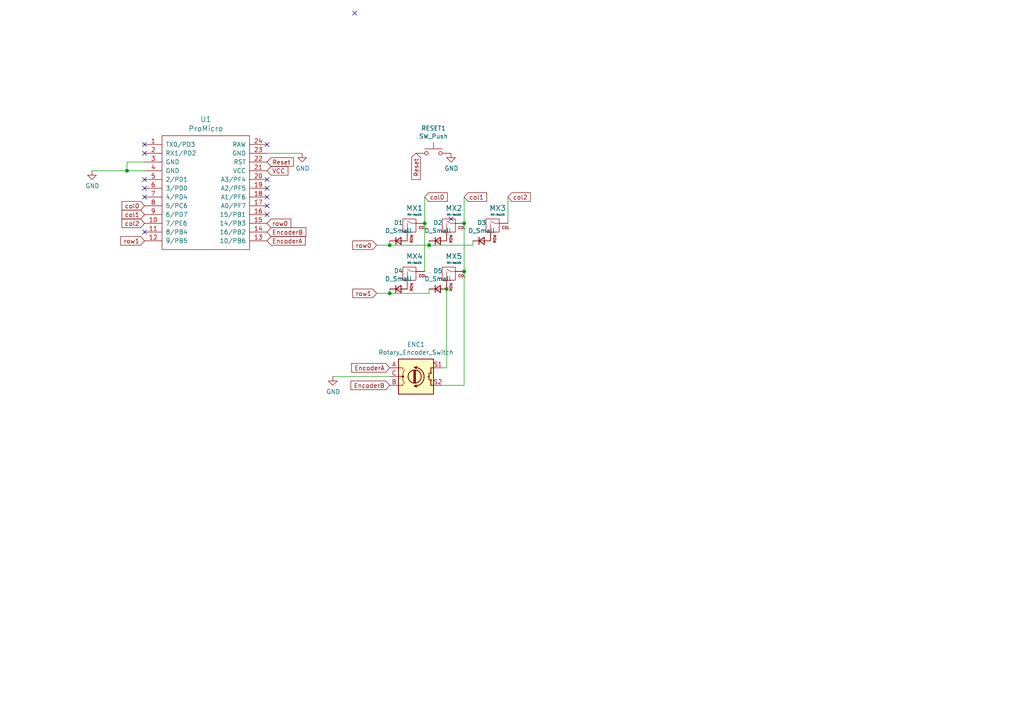
<source format=kicad_sch>
(kicad_sch (version 20210621) (generator eeschema)
  (paper "A4")
  (lib_symbols
    (symbol "Device:D_Small" (pin_numbers hide) (pin_names (offset 0.254) hide)
      (property "Reference" "D" (at -1.27 2.032 0))
      (property "Value" "D_Small" (at -3.81 -2.032 0))
      (symbol "D_Small_0_1"
        (polyline (pts (xy -0.762 -1.016) (xy -0.762 1.016)) (stroke (width 0.254)))
        (polyline (pts (xy -0.762 0) (xy 0.762 0)))
        (polyline (pts (xy 0.762 -1.016) (xy -0.762 0) (xy 0.762 1.016) (xy 0.762 -1.016)) (stroke (width 0.254)))
      )
      (symbol "D_Small_1_1"
        (pin passive line (at -2.54 0 0) (length 1.778) (name "K") (number "1"))
        (pin passive line (at 2.54 0 180) (length 1.778) (name "A") (number "2"))
      )
    )
    (symbol "Device:Rotary_Encoder_Switch" (pin_names (offset 0.254) hide)
      (property "Reference" "SW" (at 0 6.604 0))
      (property "Value" "Rotary_Encoder_Switch" (at 0 -6.604 0))
      (symbol "Rotary_Encoder_Switch_0_1"
        (arc (start -0.381 -2.794) (end -0.381 2.667) (radius (at -0.381 -0.0508) (length 2.7432) (angles -89.9 89.9)) (stroke (width 0.254)))
        (circle (center -0.381 0) (radius 1.905) (stroke (width 0.254)))
        (circle (center 4.318 -1.016) (radius 0.127) (stroke (width 0.254)))
        (circle (center 4.318 1.016) (radius 0.127) (stroke (width 0.254)))
        (circle (center -3.81 0) (radius 0.254) (fill (type outline)))
        (rectangle (start -5.08 5.08) (end 5.08 -5.08) (stroke (width 0.254)) (fill (type background)))
        (polyline (pts (xy -0.635 -1.778) (xy -0.635 1.778)) (stroke (width 0.254)))
        (polyline (pts (xy -0.381 -1.778) (xy -0.381 1.778)) (stroke (width 0.254)))
        (polyline (pts (xy -0.127 1.778) (xy -0.127 -1.778)) (stroke (width 0.254)))
        (polyline (pts (xy 3.81 0) (xy 3.429 0)) (stroke (width 0.254)))
        (polyline (pts (xy 3.81 1.016) (xy 3.81 -1.016)) (stroke (width 0.254)))
        (polyline (pts (xy -5.08 -2.54) (xy -3.81 -2.54) (xy -3.81 -2.032)))
        (polyline (pts (xy -5.08 2.54) (xy -3.81 2.54) (xy -3.81 2.032)))
        (polyline (pts (xy 0.254 -3.048) (xy -0.508 -2.794) (xy 0.127 -2.413)) (stroke (width 0.254)))
        (polyline (pts (xy 0.254 2.921) (xy -0.508 2.667) (xy 0.127 2.286)) (stroke (width 0.254)))
        (polyline (pts (xy 5.08 -2.54) (xy 4.318 -2.54) (xy 4.318 -1.016)) (stroke (width 0.254)))
        (polyline (pts (xy 5.08 2.54) (xy 4.318 2.54) (xy 4.318 1.016)) (stroke (width 0.254)))
        (polyline (pts (xy -5.08 0) (xy -3.81 0) (xy -3.81 -1.016) (xy -3.302 -2.032)))
        (polyline (pts (xy -4.318 0) (xy -3.81 0) (xy -3.81 1.016) (xy -3.302 2.032)))
      )
      (symbol "Rotary_Encoder_Switch_1_1"
        (pin passive line (at -7.62 2.54 0) (length 2.54) (name "A") (number "A"))
        (pin passive line (at -7.62 -2.54 0) (length 2.54) (name "B") (number "B"))
        (pin passive line (at -7.62 0 0) (length 2.54) (name "C") (number "C"))
        (pin passive line (at 7.62 2.54 180) (length 2.54) (name "S1") (number "S1"))
        (pin passive line (at 7.62 -2.54 180) (length 2.54) (name "S2") (number "S2"))
      )
    )
    (symbol "Keebio:ProMicro" (pin_names (offset 1.016))
      (property "Reference" "U" (at 0 0 0))
      (property "Value" "ProMicro" (at 0 -19.05 0))
      (symbol "ProMicro_0_1"
        (rectangle (start -12.7 -16.51) (end 12.7 16.51))
      )
      (symbol "ProMicro_1_1"
        (pin input line (at -17.78 13.97 0) (length 5.08) (name "TX0/PD3") (number "1"))
        (pin input line (at -17.78 -8.89 0) (length 5.08) (name "7/PE6") (number "10"))
        (pin input line (at -17.78 -11.43 0) (length 5.08) (name "8/PB4") (number "11"))
        (pin input line (at -17.78 -13.97 0) (length 5.08) (name "9/PB5") (number "12"))
        (pin input line (at 17.78 -13.97 180) (length 5.08) (name "10/PB6") (number "13"))
        (pin input line (at 17.78 -11.43 180) (length 5.08) (name "16/PB2") (number "14"))
        (pin input line (at 17.78 -8.89 180) (length 5.08) (name "14/PB3") (number "15"))
        (pin input line (at 17.78 -6.35 180) (length 5.08) (name "15/PB1") (number "16"))
        (pin input line (at 17.78 -3.81 180) (length 5.08) (name "A0/PF7") (number "17"))
        (pin input line (at 17.78 -1.27 180) (length 5.08) (name "A1/PF6") (number "18"))
        (pin input line (at 17.78 1.27 180) (length 5.08) (name "A2/PF5") (number "19"))
        (pin input line (at -17.78 11.43 0) (length 5.08) (name "RX1/PD2") (number "2"))
        (pin input line (at 17.78 3.81 180) (length 5.08) (name "A3/PF4") (number "20"))
        (pin input line (at 17.78 6.35 180) (length 5.08) (name "VCC") (number "21"))
        (pin input line (at 17.78 8.89 180) (length 5.08) (name "RST") (number "22"))
        (pin input line (at 17.78 11.43 180) (length 5.08) (name "GND") (number "23"))
        (pin input line (at 17.78 13.97 180) (length 5.08) (name "RAW") (number "24"))
        (pin input line (at -17.78 8.89 0) (length 5.08) (name "GND") (number "3"))
        (pin input line (at -17.78 6.35 0) (length 5.08) (name "GND") (number "4"))
        (pin input line (at -17.78 3.81 0) (length 5.08) (name "2/PD1") (number "5"))
        (pin input line (at -17.78 1.27 0) (length 5.08) (name "3/PD0") (number "6"))
        (pin input line (at -17.78 -1.27 0) (length 5.08) (name "4/PD4") (number "7"))
        (pin input line (at -17.78 -3.81 0) (length 5.08) (name "5/PC6") (number "8"))
        (pin input line (at -17.78 -6.35 0) (length 5.08) (name "6/PD7") (number "9"))
      )
    )
    (symbol "MX_Alps_Hybrid:MX-NoLED" (pin_names (offset 1.016))
      (property "Reference" "MX" (at -0.635 3.81 0))
      (property "Value" "MX-NoLED" (at -0.635 1.27 0))
      (symbol "MX-NoLED_0_0"
        (text "COL" (at 3.175 0 0) (effects (font (size 0.762 0.762))))
        (text "ROW" (at 0 -1.905 900) (effects (font (size 0.762 0.762)) (justify right)))
        (rectangle (start -2.54 2.54) (end 1.27 -1.27))
        (polyline (pts (xy -1.27 -1.27) (xy -1.27 1.27)) (stroke (width 0.127)))
        (polyline (pts (xy 1.27 1.27) (xy 0 1.27) (xy -1.27 1.905)) (stroke (width 0.127)))
      )
      (symbol "MX-NoLED_1_1"
        (pin passive line (at 3.81 1.27 180) (length 2.54) (name "COL") (number "1"))
        (pin passive line (at -1.27 -3.81 90) (length 2.54) (name "ROW") (number "2"))
      )
    )
    (symbol "Switch:SW_Push" (pin_numbers hide) (pin_names (offset 1.016) hide)
      (property "Reference" "SW" (at 1.27 2.54 0))
      (property "Value" "SW_Push" (at 0 -1.524 0))
      (symbol "SW_Push_0_1"
        (circle (center -2.032 0) (radius 0.508))
        (circle (center 2.032 0) (radius 0.508))
        (polyline (pts (xy 0 1.27) (xy 0 3.048)))
        (polyline (pts (xy 2.54 1.27) (xy -2.54 1.27)))
        (pin passive line (at -5.08 0 0) (length 2.54) (name "1") (number "1"))
        (pin passive line (at 5.08 0 180) (length 2.54) (name "2") (number "2"))
      )
    )
    (symbol "power:GND" (power) (pin_names (offset 0))
      (property "Value" "GND" (at 0 -3.81 0))
      (symbol "GND_0_1"
        (polyline (pts (xy 0 0) (xy 0 -1.27) (xy 1.27 -1.27) (xy 0 -2.54) (xy -1.27 -1.27) (xy 0 -1.27)))
      )
      (symbol "GND_1_1"
        (pin power_in line (at 0 0 270) (length 0) hide (name "GND") (number "1"))
      )
    )
  )
  (junction (at 36.83 49.53))
  (junction (at 113.03 71.12))
  (junction (at 113.03 85.09))
  (junction (at 123.19 64.77))
  (junction (at 124.46 71.12))
  (junction (at 129.54 83.82))
  (junction (at 134.62 64.77))
  (junction (at 134.62 78.74))
  (no_connect (at 41.91 41.91))
  (no_connect (at 41.91 44.45))
  (no_connect (at 41.91 52.07))
  (no_connect (at 41.91 54.61))
  (no_connect (at 41.91 57.15))
  (no_connect (at 41.91 67.31))
  (no_connect (at 77.47 41.91))
  (no_connect (at 77.47 52.07))
  (no_connect (at 77.47 54.61))
  (no_connect (at 77.47 57.15))
  (no_connect (at 77.47 59.69))
  (no_connect (at 77.47 62.23))
  (no_connect (at 102.87 3.81))
  (no_connect (at 130.81 63.5))
  (wire (pts (xy 36.83 46.99) (xy 36.83 49.53)))
  (wire (pts (xy 36.83 49.53) (xy 26.67 49.53)))
  (wire (pts (xy 41.91 46.99) (xy 36.83 46.99)))
  (wire (pts (xy 41.91 49.53) (xy 36.83 49.53)))
  (wire (pts (xy 77.47 44.45) (xy 87.63 44.45)))
  (wire (pts (xy 113.03 71.12) (xy 109.22 71.12)))
  (wire (pts (xy 113.03 71.12) (xy 113.03 69.85)))
  (wire (pts (xy 113.03 85.09) (xy 109.22 85.09)))
  (wire (pts (xy 113.03 85.09) (xy 113.03 83.82)))
  (wire (pts (xy 113.03 109.22) (xy 96.52 109.22)))
  (wire (pts (xy 123.19 64.77) (xy 123.19 57.15)))
  (wire (pts (xy 123.19 64.77) (xy 123.19 78.74)))
  (wire (pts (xy 124.46 69.85) (xy 124.46 71.12)))
  (wire (pts (xy 124.46 71.12) (xy 113.03 71.12)))
  (wire (pts (xy 124.46 83.82) (xy 124.46 85.09)))
  (wire (pts (xy 124.46 85.09) (xy 113.03 85.09)))
  (wire (pts (xy 128.27 106.68) (xy 129.54 106.68)))
  (wire (pts (xy 128.27 111.76) (xy 134.62 111.76)))
  (wire (pts (xy 129.54 106.68) (xy 129.54 83.82)))
  (wire (pts (xy 134.62 64.77) (xy 134.62 57.15)))
  (wire (pts (xy 134.62 64.77) (xy 134.62 78.74)))
  (wire (pts (xy 134.62 111.76) (xy 134.62 78.74)))
  (wire (pts (xy 137.16 69.85) (xy 137.16 71.12)))
  (wire (pts (xy 137.16 71.12) (xy 124.46 71.12)))
  (wire (pts (xy 147.32 64.77) (xy 147.32 57.15)))
  (global_label "col0" (shape input) (at 41.91 59.69 180) (property "Intersheet References" "${INTERSHEET_REFS}" (effects hide)))
  (global_label "col1" (shape input) (at 41.91 62.23 180) (property "Intersheet References" "${INTERSHEET_REFS}" (effects hide)))
  (global_label "col2" (shape input) (at 41.91 64.77 180) (property "Intersheet References" "${INTERSHEET_REFS}" (effects hide)))
  (global_label "row1" (shape input) (at 41.91 69.85 180) (property "Intersheet References" "${INTERSHEET_REFS}" (effects hide)))
  (global_label "Reset" (shape input) (at 77.47 46.99 0) (property "Intersheet References" "${INTERSHEET_REFS}" (effects hide)))
  (global_label "VCC" (shape input) (at 77.47 49.53 0) (property "Intersheet References" "${INTERSHEET_REFS}" (effects hide)))
  (global_label "row0" (shape input) (at 77.47 64.77 0) (property "Intersheet References" "${INTERSHEET_REFS}" (effects hide)))
  (global_label "EncoderB" (shape input) (at 77.47 67.31 0) (property "Intersheet References" "${INTERSHEET_REFS}" (effects hide)))
  (global_label "EncoderA" (shape input) (at 77.47 69.85 0) (property "Intersheet References" "${INTERSHEET_REFS}" (effects hide)))
  (global_label "row0" (shape input) (at 109.22 71.12 180) (property "Intersheet References" "${INTERSHEET_REFS}" (effects hide)))
  (global_label "row1" (shape input) (at 109.22 85.09 180) (property "Intersheet References" "${INTERSHEET_REFS}" (effects hide)))
  (global_label "EncoderA" (shape input) (at 113.03 106.68 180) (property "Intersheet References" "${INTERSHEET_REFS}" (effects hide)))
  (global_label "EncoderB" (shape input) (at 113.03 111.76 180) (property "Intersheet References" "${INTERSHEET_REFS}" (effects hide)))
  (global_label "Reset" (shape input) (at 120.65 44.45 270) (property "Intersheet References" "${INTERSHEET_REFS}" (effects hide)))
  (global_label "col0" (shape input) (at 123.19 57.15 0) (property "Intersheet References" "${INTERSHEET_REFS}" (effects hide)))
  (global_label "col1" (shape input) (at 134.62 57.15 0) (property "Intersheet References" "${INTERSHEET_REFS}" (effects hide)))
  (global_label "col2" (shape input) (at 147.32 57.15 0) (property "Intersheet References" "${INTERSHEET_REFS}" (effects hide)))
  (symbol (lib_id "power:GND") (at 26.67 49.53 0) (unit 1) (in_bom no)
    (property "Reference" "#PWR0101" (effects hide))
    (property "Value" "GND" (at 26.797 53.9242 0))
  )
  (symbol (lib_id "power:GND") (at 87.63 44.45 0) (unit 1)
    (property "Reference" "#PWR0102" (effects hide))
    (property "Value" "GND" (at 87.757 48.8442 0))
  )
  (symbol (lib_id "power:GND") (at 96.52 109.22 0) (unit 1) (in_bom no)
    (property "Reference" "#PWR0104" (effects hide))
    (property "Value" "GND" (at 96.647 113.6142 0))
  )
  (symbol (lib_id "power:GND") (at 130.81 44.45 0) (unit 1) (in_bom no)
    (property "Reference" "#PWR0103" (effects hide))
    (property "Value" "GND" (at 130.937 48.8442 0))
  )
  (symbol (lib_id "Device:D_Small") (at 115.57 69.85 0) (unit 1)
    (property "Reference" "D1" (at 115.57 64.5922 0))
    (property "Value" "D_Small" (at 115.57 66.9036 0))
    (property "Footprint" "Envoy:Diode-Hybrid-Back" (effects hide))
  )
  (symbol (lib_id "Device:D_Small") (at 115.57 83.82 0) (unit 1)
    (property "Reference" "D4" (at 115.57 78.5622 0))
    (property "Value" "D_Small" (at 115.57 80.8736 0))
    (property "Footprint" "Envoy:Diode-Hybrid-Back" (effects hide))
  )
  (symbol (lib_id "Device:D_Small") (at 127 69.85 0) (unit 1)
    (property "Reference" "D2" (at 127 64.5922 0))
    (property "Value" "D_Small" (at 127 66.9036 0))
    (property "Footprint" "Envoy:Diode-Hybrid-Back" (effects hide))
  )
  (symbol (lib_id "Device:D_Small") (at 127 83.82 0) (unit 1)
    (property "Reference" "D5" (at 127 78.5622 0))
    (property "Value" "D_Small" (at 127 80.8736 0))
    (property "Footprint" "Envoy:Diode-Hybrid-Back" (effects hide))
  )
  (symbol (lib_id "Device:D_Small") (at 139.7 69.85 0) (unit 1)
    (property "Reference" "D3" (at 139.7 64.5922 0))
    (property "Value" "D_Small" (at 139.7 66.9036 0))
    (property "Footprint" "Envoy:Diode-Hybrid-Back" (effects hide))
  )
  (symbol (lib_id "Switch:SW_Push") (at 125.73 44.45 0) (unit 1)
    (property "Reference" "RESET1" (at 125.73 37.211 0))
    (property "Value" "SW_Push" (at 125.73 39.5224 0))
    (property "Footprint" "Envoy:Reset_Jumper_Points" (effects hide))
  )
  (symbol (lib_id "MX_Alps_Hybrid:MX-NoLED") (at 119.38 66.04 0) (unit 1)
    (property "Reference" "MX1" (at 120.2182 60.3758 0) (effects (font (size 1.524 1.524))))
    (property "Value" "MX-NoLED" (at 120.2182 62.2554 0) (effects (font (size 0.508 0.508))))
    (property "Footprint" "Envoy:MXOnly-1U-Hotswap" (effects hide))
  )
  (symbol (lib_id "MX_Alps_Hybrid:MX-NoLED") (at 119.38 80.01 0) (unit 1)
    (property "Reference" "MX4" (at 120.2182 74.3458 0) (effects (font (size 1.524 1.524))))
    (property "Value" "MX-NoLED" (at 120.2182 76.2254 0) (effects (font (size 0.508 0.508))))
    (property "Footprint" "Envoy:MXOnly-1U-Hotswap" (effects hide))
  )
  (symbol (lib_id "MX_Alps_Hybrid:MX-NoLED") (at 130.81 66.04 0) (unit 1)
    (property "Reference" "MX2" (at 131.6482 60.3758 0) (effects (font (size 1.524 1.524))))
    (property "Value" "MX-NoLED" (at 131.6482 62.2554 0) (effects (font (size 0.508 0.508))))
    (property "Footprint" "Envoy:MXOnly-1U-Hotswap" (effects hide))
  )
  (symbol (lib_id "MX_Alps_Hybrid:MX-NoLED") (at 130.81 80.01 0) (unit 1)
    (property "Reference" "MX5" (at 131.6482 74.3458 0) (effects (font (size 1.524 1.524))))
    (property "Value" "MX-NoLED" (at 131.6482 76.2254 0) (effects (font (size 0.508 0.508))))
    (property "Footprint" "Envoy:MXOnly-1U-Hotswap" (effects hide))
  )
  (symbol (lib_id "MX_Alps_Hybrid:MX-NoLED") (at 143.51 66.04 0) (unit 1)
    (property "Reference" "MX3" (at 144.3482 60.3758 0) (effects (font (size 1.524 1.524))))
    (property "Value" "MX-NoLED" (at 144.3482 62.2554 0) (effects (font (size 0.508 0.508))))
    (property "Footprint" "Envoy:MXOnly-1U-Hotswap" (effects hide))
  )
  (symbol (lib_id "Device:Rotary_Encoder_Switch") (at 120.65 109.22 0) (unit 1)
    (property "Reference" "ENC1" (at 120.65 99.8982 0))
    (property "Value" "Rotary_Encoder_Switch" (at 120.65 102.2096 0))
    (property "Footprint" "Keebio-Parts:RotaryEncoder_EC11-no-legs" (effects hide))
  )
  (symbol (lib_id "Keebio:ProMicro") (at 59.69 55.88 0) (unit 1)
    (property "Reference" "U1" (at 59.69 34.6202 0) (effects (font (size 1.524 1.524))))
    (property "Value" "ProMicro" (at 59.69 37.3126 0) (effects (font (size 1.524 1.524))))
    (property "Footprint" "Envoy:ProMicro_face_out" (effects hide))
  )
)
</source>
